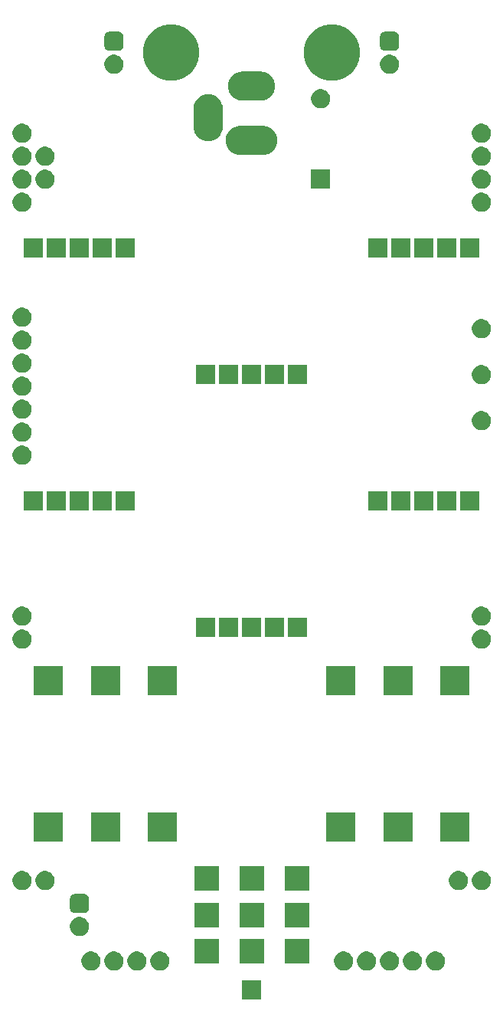
<source format=gbr>
G04 #@! TF.GenerationSoftware,KiCad,Pcbnew,5.1.6-c6e7f7d~87~ubuntu19.10.1*
G04 #@! TF.CreationDate,2023-02-06T06:58:50+06:00*
G04 #@! TF.ProjectId,____________r2a_down-tuned,3a3e3f3a-305f-4373-953c-3b385f723261,2A*
G04 #@! TF.SameCoordinates,Original*
G04 #@! TF.FileFunction,Soldermask,Bot*
G04 #@! TF.FilePolarity,Negative*
%FSLAX46Y46*%
G04 Gerber Fmt 4.6, Leading zero omitted, Abs format (unit mm)*
G04 Created by KiCad (PCBNEW 5.1.6-c6e7f7d~87~ubuntu19.10.1) date 2023-02-06 06:58:50*
%MOMM*%
%LPD*%
G01*
G04 APERTURE LIST*
%ADD10C,0.100000*%
G04 APERTURE END LIST*
D10*
G36*
X106460000Y-202345000D02*
G01*
X104360000Y-202345000D01*
X104360000Y-200245000D01*
X106460000Y-200245000D01*
X106460000Y-202345000D01*
G37*
G36*
X126036274Y-197110350D02*
G01*
X126227362Y-197189502D01*
X126399336Y-197304411D01*
X126545589Y-197450664D01*
X126660498Y-197622638D01*
X126739650Y-197813726D01*
X126780000Y-198016584D01*
X126780000Y-198223416D01*
X126739650Y-198426274D01*
X126660498Y-198617362D01*
X126545589Y-198789336D01*
X126399336Y-198935589D01*
X126227362Y-199050498D01*
X126036274Y-199129650D01*
X125833416Y-199170000D01*
X125626584Y-199170000D01*
X125423726Y-199129650D01*
X125232638Y-199050498D01*
X125060664Y-198935589D01*
X124914411Y-198789336D01*
X124799502Y-198617362D01*
X124720350Y-198426274D01*
X124680000Y-198223416D01*
X124680000Y-198016584D01*
X124720350Y-197813726D01*
X124799502Y-197622638D01*
X124914411Y-197450664D01*
X125060664Y-197304411D01*
X125232638Y-197189502D01*
X125423726Y-197110350D01*
X125626584Y-197070000D01*
X125833416Y-197070000D01*
X126036274Y-197110350D01*
G37*
G36*
X87936274Y-197110350D02*
G01*
X88127362Y-197189502D01*
X88299336Y-197304411D01*
X88445589Y-197450664D01*
X88560498Y-197622638D01*
X88639650Y-197813726D01*
X88680000Y-198016584D01*
X88680000Y-198223416D01*
X88639650Y-198426274D01*
X88560498Y-198617362D01*
X88445589Y-198789336D01*
X88299336Y-198935589D01*
X88127362Y-199050498D01*
X87936274Y-199129650D01*
X87733416Y-199170000D01*
X87526584Y-199170000D01*
X87323726Y-199129650D01*
X87132638Y-199050498D01*
X86960664Y-198935589D01*
X86814411Y-198789336D01*
X86699502Y-198617362D01*
X86620350Y-198426274D01*
X86580000Y-198223416D01*
X86580000Y-198016584D01*
X86620350Y-197813726D01*
X86699502Y-197622638D01*
X86814411Y-197450664D01*
X86960664Y-197304411D01*
X87132638Y-197189502D01*
X87323726Y-197110350D01*
X87526584Y-197070000D01*
X87733416Y-197070000D01*
X87936274Y-197110350D01*
G37*
G36*
X90476274Y-197110350D02*
G01*
X90667362Y-197189502D01*
X90839336Y-197304411D01*
X90985589Y-197450664D01*
X91100498Y-197622638D01*
X91179650Y-197813726D01*
X91220000Y-198016584D01*
X91220000Y-198223416D01*
X91179650Y-198426274D01*
X91100498Y-198617362D01*
X90985589Y-198789336D01*
X90839336Y-198935589D01*
X90667362Y-199050498D01*
X90476274Y-199129650D01*
X90273416Y-199170000D01*
X90066584Y-199170000D01*
X89863726Y-199129650D01*
X89672638Y-199050498D01*
X89500664Y-198935589D01*
X89354411Y-198789336D01*
X89239502Y-198617362D01*
X89160350Y-198426274D01*
X89120000Y-198223416D01*
X89120000Y-198016584D01*
X89160350Y-197813726D01*
X89239502Y-197622638D01*
X89354411Y-197450664D01*
X89500664Y-197304411D01*
X89672638Y-197189502D01*
X89863726Y-197110350D01*
X90066584Y-197070000D01*
X90273416Y-197070000D01*
X90476274Y-197110350D01*
G37*
G36*
X93016274Y-197110350D02*
G01*
X93207362Y-197189502D01*
X93379336Y-197304411D01*
X93525589Y-197450664D01*
X93640498Y-197622638D01*
X93719650Y-197813726D01*
X93760000Y-198016584D01*
X93760000Y-198223416D01*
X93719650Y-198426274D01*
X93640498Y-198617362D01*
X93525589Y-198789336D01*
X93379336Y-198935589D01*
X93207362Y-199050498D01*
X93016274Y-199129650D01*
X92813416Y-199170000D01*
X92606584Y-199170000D01*
X92403726Y-199129650D01*
X92212638Y-199050498D01*
X92040664Y-198935589D01*
X91894411Y-198789336D01*
X91779502Y-198617362D01*
X91700350Y-198426274D01*
X91660000Y-198223416D01*
X91660000Y-198016584D01*
X91700350Y-197813726D01*
X91779502Y-197622638D01*
X91894411Y-197450664D01*
X92040664Y-197304411D01*
X92212638Y-197189502D01*
X92403726Y-197110350D01*
X92606584Y-197070000D01*
X92813416Y-197070000D01*
X93016274Y-197110350D01*
G37*
G36*
X95556274Y-197110350D02*
G01*
X95747362Y-197189502D01*
X95919336Y-197304411D01*
X96065589Y-197450664D01*
X96180498Y-197622638D01*
X96259650Y-197813726D01*
X96300000Y-198016584D01*
X96300000Y-198223416D01*
X96259650Y-198426274D01*
X96180498Y-198617362D01*
X96065589Y-198789336D01*
X95919336Y-198935589D01*
X95747362Y-199050498D01*
X95556274Y-199129650D01*
X95353416Y-199170000D01*
X95146584Y-199170000D01*
X94943726Y-199129650D01*
X94752638Y-199050498D01*
X94580664Y-198935589D01*
X94434411Y-198789336D01*
X94319502Y-198617362D01*
X94240350Y-198426274D01*
X94200000Y-198223416D01*
X94200000Y-198016584D01*
X94240350Y-197813726D01*
X94319502Y-197622638D01*
X94434411Y-197450664D01*
X94580664Y-197304411D01*
X94752638Y-197189502D01*
X94943726Y-197110350D01*
X95146584Y-197070000D01*
X95353416Y-197070000D01*
X95556274Y-197110350D01*
G37*
G36*
X118416274Y-197110350D02*
G01*
X118607362Y-197189502D01*
X118779336Y-197304411D01*
X118925589Y-197450664D01*
X119040498Y-197622638D01*
X119119650Y-197813726D01*
X119160000Y-198016584D01*
X119160000Y-198223416D01*
X119119650Y-198426274D01*
X119040498Y-198617362D01*
X118925589Y-198789336D01*
X118779336Y-198935589D01*
X118607362Y-199050498D01*
X118416274Y-199129650D01*
X118213416Y-199170000D01*
X118006584Y-199170000D01*
X117803726Y-199129650D01*
X117612638Y-199050498D01*
X117440664Y-198935589D01*
X117294411Y-198789336D01*
X117179502Y-198617362D01*
X117100350Y-198426274D01*
X117060000Y-198223416D01*
X117060000Y-198016584D01*
X117100350Y-197813726D01*
X117179502Y-197622638D01*
X117294411Y-197450664D01*
X117440664Y-197304411D01*
X117612638Y-197189502D01*
X117803726Y-197110350D01*
X118006584Y-197070000D01*
X118213416Y-197070000D01*
X118416274Y-197110350D01*
G37*
G36*
X115876274Y-197110350D02*
G01*
X116067362Y-197189502D01*
X116239336Y-197304411D01*
X116385589Y-197450664D01*
X116500498Y-197622638D01*
X116579650Y-197813726D01*
X116620000Y-198016584D01*
X116620000Y-198223416D01*
X116579650Y-198426274D01*
X116500498Y-198617362D01*
X116385589Y-198789336D01*
X116239336Y-198935589D01*
X116067362Y-199050498D01*
X115876274Y-199129650D01*
X115673416Y-199170000D01*
X115466584Y-199170000D01*
X115263726Y-199129650D01*
X115072638Y-199050498D01*
X114900664Y-198935589D01*
X114754411Y-198789336D01*
X114639502Y-198617362D01*
X114560350Y-198426274D01*
X114520000Y-198223416D01*
X114520000Y-198016584D01*
X114560350Y-197813726D01*
X114639502Y-197622638D01*
X114754411Y-197450664D01*
X114900664Y-197304411D01*
X115072638Y-197189502D01*
X115263726Y-197110350D01*
X115466584Y-197070000D01*
X115673416Y-197070000D01*
X115876274Y-197110350D01*
G37*
G36*
X123496274Y-197110350D02*
G01*
X123687362Y-197189502D01*
X123859336Y-197304411D01*
X124005589Y-197450664D01*
X124120498Y-197622638D01*
X124199650Y-197813726D01*
X124240000Y-198016584D01*
X124240000Y-198223416D01*
X124199650Y-198426274D01*
X124120498Y-198617362D01*
X124005589Y-198789336D01*
X123859336Y-198935589D01*
X123687362Y-199050498D01*
X123496274Y-199129650D01*
X123293416Y-199170000D01*
X123086584Y-199170000D01*
X122883726Y-199129650D01*
X122692638Y-199050498D01*
X122520664Y-198935589D01*
X122374411Y-198789336D01*
X122259502Y-198617362D01*
X122180350Y-198426274D01*
X122140000Y-198223416D01*
X122140000Y-198016584D01*
X122180350Y-197813726D01*
X122259502Y-197622638D01*
X122374411Y-197450664D01*
X122520664Y-197304411D01*
X122692638Y-197189502D01*
X122883726Y-197110350D01*
X123086584Y-197070000D01*
X123293416Y-197070000D01*
X123496274Y-197110350D01*
G37*
G36*
X120956274Y-197110350D02*
G01*
X121147362Y-197189502D01*
X121319336Y-197304411D01*
X121465589Y-197450664D01*
X121580498Y-197622638D01*
X121659650Y-197813726D01*
X121700000Y-198016584D01*
X121700000Y-198223416D01*
X121659650Y-198426274D01*
X121580498Y-198617362D01*
X121465589Y-198789336D01*
X121319336Y-198935589D01*
X121147362Y-199050498D01*
X120956274Y-199129650D01*
X120753416Y-199170000D01*
X120546584Y-199170000D01*
X120343726Y-199129650D01*
X120152638Y-199050498D01*
X119980664Y-198935589D01*
X119834411Y-198789336D01*
X119719502Y-198617362D01*
X119640350Y-198426274D01*
X119600000Y-198223416D01*
X119600000Y-198016584D01*
X119640350Y-197813726D01*
X119719502Y-197622638D01*
X119834411Y-197450664D01*
X119980664Y-197304411D01*
X120152638Y-197189502D01*
X120343726Y-197110350D01*
X120546584Y-197070000D01*
X120753416Y-197070000D01*
X120956274Y-197110350D01*
G37*
G36*
X101760000Y-198390000D02*
G01*
X99060000Y-198390000D01*
X99060000Y-195690000D01*
X101760000Y-195690000D01*
X101760000Y-198390000D01*
G37*
G36*
X106760000Y-198390000D02*
G01*
X104060000Y-198390000D01*
X104060000Y-195690000D01*
X106760000Y-195690000D01*
X106760000Y-198390000D01*
G37*
G36*
X111760000Y-198390000D02*
G01*
X109060000Y-198390000D01*
X109060000Y-195690000D01*
X111760000Y-195690000D01*
X111760000Y-198390000D01*
G37*
G36*
X86666274Y-193300350D02*
G01*
X86857362Y-193379502D01*
X87029336Y-193494411D01*
X87175589Y-193640664D01*
X87290498Y-193812638D01*
X87369650Y-194003726D01*
X87410000Y-194206584D01*
X87410000Y-194413416D01*
X87369650Y-194616274D01*
X87290498Y-194807362D01*
X87175589Y-194979336D01*
X87029336Y-195125589D01*
X86857362Y-195240498D01*
X86666274Y-195319650D01*
X86463416Y-195360000D01*
X86256584Y-195360000D01*
X86053726Y-195319650D01*
X85862638Y-195240498D01*
X85690664Y-195125589D01*
X85544411Y-194979336D01*
X85429502Y-194807362D01*
X85350350Y-194616274D01*
X85310000Y-194413416D01*
X85310000Y-194206584D01*
X85350350Y-194003726D01*
X85429502Y-193812638D01*
X85544411Y-193640664D01*
X85690664Y-193494411D01*
X85862638Y-193379502D01*
X86053726Y-193300350D01*
X86256584Y-193260000D01*
X86463416Y-193260000D01*
X86666274Y-193300350D01*
G37*
G36*
X111760000Y-194390000D02*
G01*
X109060000Y-194390000D01*
X109060000Y-191690000D01*
X111760000Y-191690000D01*
X111760000Y-194390000D01*
G37*
G36*
X101760000Y-194390000D02*
G01*
X99060000Y-194390000D01*
X99060000Y-191690000D01*
X101760000Y-191690000D01*
X101760000Y-194390000D01*
G37*
G36*
X106760000Y-194390000D02*
G01*
X104060000Y-194390000D01*
X104060000Y-191690000D01*
X106760000Y-191690000D01*
X106760000Y-194390000D01*
G37*
G36*
X86935007Y-190731811D02*
G01*
X87045599Y-190765358D01*
X87147517Y-190819834D01*
X87236851Y-190893149D01*
X87310166Y-190982483D01*
X87364642Y-191084401D01*
X87398189Y-191194993D01*
X87410000Y-191314908D01*
X87410000Y-192225092D01*
X87398189Y-192345007D01*
X87364642Y-192455599D01*
X87310166Y-192557517D01*
X87236851Y-192646851D01*
X87147517Y-192720166D01*
X87045599Y-192774642D01*
X86935007Y-192808189D01*
X86815092Y-192820000D01*
X85904908Y-192820000D01*
X85784993Y-192808189D01*
X85674401Y-192774642D01*
X85572483Y-192720166D01*
X85483149Y-192646851D01*
X85409834Y-192557517D01*
X85355358Y-192455599D01*
X85321811Y-192345007D01*
X85310000Y-192225092D01*
X85310000Y-191314908D01*
X85321811Y-191194993D01*
X85355358Y-191084401D01*
X85409834Y-190982483D01*
X85483149Y-190893149D01*
X85572483Y-190819834D01*
X85674401Y-190765358D01*
X85784993Y-190731811D01*
X85904908Y-190720000D01*
X86815092Y-190720000D01*
X86935007Y-190731811D01*
G37*
G36*
X111760000Y-190390000D02*
G01*
X109060000Y-190390000D01*
X109060000Y-187690000D01*
X111760000Y-187690000D01*
X111760000Y-190390000D01*
G37*
G36*
X106760000Y-190390000D02*
G01*
X104060000Y-190390000D01*
X104060000Y-187690000D01*
X106760000Y-187690000D01*
X106760000Y-190390000D01*
G37*
G36*
X101760000Y-190390000D02*
G01*
X99060000Y-190390000D01*
X99060000Y-187690000D01*
X101760000Y-187690000D01*
X101760000Y-190390000D01*
G37*
G36*
X80316274Y-188220350D02*
G01*
X80507362Y-188299502D01*
X80679336Y-188414411D01*
X80825589Y-188560664D01*
X80940498Y-188732638D01*
X81019650Y-188923726D01*
X81060000Y-189126584D01*
X81060000Y-189333416D01*
X81019650Y-189536274D01*
X80940498Y-189727362D01*
X80825589Y-189899336D01*
X80679336Y-190045589D01*
X80507362Y-190160498D01*
X80316274Y-190239650D01*
X80113416Y-190280000D01*
X79906584Y-190280000D01*
X79703726Y-190239650D01*
X79512638Y-190160498D01*
X79340664Y-190045589D01*
X79194411Y-189899336D01*
X79079502Y-189727362D01*
X79000350Y-189536274D01*
X78960000Y-189333416D01*
X78960000Y-189126584D01*
X79000350Y-188923726D01*
X79079502Y-188732638D01*
X79194411Y-188560664D01*
X79340664Y-188414411D01*
X79512638Y-188299502D01*
X79703726Y-188220350D01*
X79906584Y-188180000D01*
X80113416Y-188180000D01*
X80316274Y-188220350D01*
G37*
G36*
X131116274Y-188220350D02*
G01*
X131307362Y-188299502D01*
X131479336Y-188414411D01*
X131625589Y-188560664D01*
X131740498Y-188732638D01*
X131819650Y-188923726D01*
X131860000Y-189126584D01*
X131860000Y-189333416D01*
X131819650Y-189536274D01*
X131740498Y-189727362D01*
X131625589Y-189899336D01*
X131479336Y-190045589D01*
X131307362Y-190160498D01*
X131116274Y-190239650D01*
X130913416Y-190280000D01*
X130706584Y-190280000D01*
X130503726Y-190239650D01*
X130312638Y-190160498D01*
X130140664Y-190045589D01*
X129994411Y-189899336D01*
X129879502Y-189727362D01*
X129800350Y-189536274D01*
X129760000Y-189333416D01*
X129760000Y-189126584D01*
X129800350Y-188923726D01*
X129879502Y-188732638D01*
X129994411Y-188560664D01*
X130140664Y-188414411D01*
X130312638Y-188299502D01*
X130503726Y-188220350D01*
X130706584Y-188180000D01*
X130913416Y-188180000D01*
X131116274Y-188220350D01*
G37*
G36*
X128576274Y-188220350D02*
G01*
X128767362Y-188299502D01*
X128939336Y-188414411D01*
X129085589Y-188560664D01*
X129200498Y-188732638D01*
X129279650Y-188923726D01*
X129320000Y-189126584D01*
X129320000Y-189333416D01*
X129279650Y-189536274D01*
X129200498Y-189727362D01*
X129085589Y-189899336D01*
X128939336Y-190045589D01*
X128767362Y-190160498D01*
X128576274Y-190239650D01*
X128373416Y-190280000D01*
X128166584Y-190280000D01*
X127963726Y-190239650D01*
X127772638Y-190160498D01*
X127600664Y-190045589D01*
X127454411Y-189899336D01*
X127339502Y-189727362D01*
X127260350Y-189536274D01*
X127220000Y-189333416D01*
X127220000Y-189126584D01*
X127260350Y-188923726D01*
X127339502Y-188732638D01*
X127454411Y-188560664D01*
X127600664Y-188414411D01*
X127772638Y-188299502D01*
X127963726Y-188220350D01*
X128166584Y-188180000D01*
X128373416Y-188180000D01*
X128576274Y-188220350D01*
G37*
G36*
X82856274Y-188220350D02*
G01*
X83047362Y-188299502D01*
X83219336Y-188414411D01*
X83365589Y-188560664D01*
X83480498Y-188732638D01*
X83559650Y-188923726D01*
X83600000Y-189126584D01*
X83600000Y-189333416D01*
X83559650Y-189536274D01*
X83480498Y-189727362D01*
X83365589Y-189899336D01*
X83219336Y-190045589D01*
X83047362Y-190160498D01*
X82856274Y-190239650D01*
X82653416Y-190280000D01*
X82446584Y-190280000D01*
X82243726Y-190239650D01*
X82052638Y-190160498D01*
X81880664Y-190045589D01*
X81734411Y-189899336D01*
X81619502Y-189727362D01*
X81540350Y-189536274D01*
X81500000Y-189333416D01*
X81500000Y-189126584D01*
X81540350Y-188923726D01*
X81619502Y-188732638D01*
X81734411Y-188560664D01*
X81880664Y-188414411D01*
X82052638Y-188299502D01*
X82243726Y-188220350D01*
X82446584Y-188180000D01*
X82653416Y-188180000D01*
X82856274Y-188220350D01*
G37*
G36*
X84540000Y-184960000D02*
G01*
X81340000Y-184960000D01*
X81340000Y-181760000D01*
X84540000Y-181760000D01*
X84540000Y-184960000D01*
G37*
G36*
X90840000Y-184960000D02*
G01*
X87640000Y-184960000D01*
X87640000Y-181760000D01*
X90840000Y-181760000D01*
X90840000Y-184960000D01*
G37*
G36*
X97140000Y-184960000D02*
G01*
X93940000Y-184960000D01*
X93940000Y-181760000D01*
X97140000Y-181760000D01*
X97140000Y-184960000D01*
G37*
G36*
X129480000Y-184960000D02*
G01*
X126280000Y-184960000D01*
X126280000Y-181760000D01*
X129480000Y-181760000D01*
X129480000Y-184960000D01*
G37*
G36*
X123180000Y-184960000D02*
G01*
X119980000Y-184960000D01*
X119980000Y-181760000D01*
X123180000Y-181760000D01*
X123180000Y-184960000D01*
G37*
G36*
X116880000Y-184960000D02*
G01*
X113680000Y-184960000D01*
X113680000Y-181760000D01*
X116880000Y-181760000D01*
X116880000Y-184960000D01*
G37*
G36*
X129480000Y-168760000D02*
G01*
X126280000Y-168760000D01*
X126280000Y-165560000D01*
X129480000Y-165560000D01*
X129480000Y-168760000D01*
G37*
G36*
X123180000Y-168760000D02*
G01*
X119980000Y-168760000D01*
X119980000Y-165560000D01*
X123180000Y-165560000D01*
X123180000Y-168760000D01*
G37*
G36*
X116880000Y-168760000D02*
G01*
X113680000Y-168760000D01*
X113680000Y-165560000D01*
X116880000Y-165560000D01*
X116880000Y-168760000D01*
G37*
G36*
X90840000Y-168760000D02*
G01*
X87640000Y-168760000D01*
X87640000Y-165560000D01*
X90840000Y-165560000D01*
X90840000Y-168760000D01*
G37*
G36*
X97140000Y-168760000D02*
G01*
X93940000Y-168760000D01*
X93940000Y-165560000D01*
X97140000Y-165560000D01*
X97140000Y-168760000D01*
G37*
G36*
X84540000Y-168760000D02*
G01*
X81340000Y-168760000D01*
X81340000Y-165560000D01*
X84540000Y-165560000D01*
X84540000Y-168760000D01*
G37*
G36*
X80316274Y-161550350D02*
G01*
X80507362Y-161629502D01*
X80679336Y-161744411D01*
X80825589Y-161890664D01*
X80940498Y-162062638D01*
X81019650Y-162253726D01*
X81060000Y-162456584D01*
X81060000Y-162663416D01*
X81019650Y-162866274D01*
X80940498Y-163057362D01*
X80825589Y-163229336D01*
X80679336Y-163375589D01*
X80507362Y-163490498D01*
X80316274Y-163569650D01*
X80113416Y-163610000D01*
X79906584Y-163610000D01*
X79703726Y-163569650D01*
X79512638Y-163490498D01*
X79340664Y-163375589D01*
X79194411Y-163229336D01*
X79079502Y-163057362D01*
X79000350Y-162866274D01*
X78960000Y-162663416D01*
X78960000Y-162456584D01*
X79000350Y-162253726D01*
X79079502Y-162062638D01*
X79194411Y-161890664D01*
X79340664Y-161744411D01*
X79512638Y-161629502D01*
X79703726Y-161550350D01*
X79906584Y-161510000D01*
X80113416Y-161510000D01*
X80316274Y-161550350D01*
G37*
G36*
X131116274Y-161550350D02*
G01*
X131307362Y-161629502D01*
X131479336Y-161744411D01*
X131625589Y-161890664D01*
X131740498Y-162062638D01*
X131819650Y-162253726D01*
X131860000Y-162456584D01*
X131860000Y-162663416D01*
X131819650Y-162866274D01*
X131740498Y-163057362D01*
X131625589Y-163229336D01*
X131479336Y-163375589D01*
X131307362Y-163490498D01*
X131116274Y-163569650D01*
X130913416Y-163610000D01*
X130706584Y-163610000D01*
X130503726Y-163569650D01*
X130312638Y-163490498D01*
X130140664Y-163375589D01*
X129994411Y-163229336D01*
X129879502Y-163057362D01*
X129800350Y-162866274D01*
X129760000Y-162663416D01*
X129760000Y-162456584D01*
X129800350Y-162253726D01*
X129879502Y-162062638D01*
X129994411Y-161890664D01*
X130140664Y-161744411D01*
X130312638Y-161629502D01*
X130503726Y-161550350D01*
X130706584Y-161510000D01*
X130913416Y-161510000D01*
X131116274Y-161550350D01*
G37*
G36*
X111540000Y-162340000D02*
G01*
X109440000Y-162340000D01*
X109440000Y-160240000D01*
X111540000Y-160240000D01*
X111540000Y-162340000D01*
G37*
G36*
X103920000Y-162340000D02*
G01*
X101820000Y-162340000D01*
X101820000Y-160240000D01*
X103920000Y-160240000D01*
X103920000Y-162340000D01*
G37*
G36*
X101380000Y-162340000D02*
G01*
X99280000Y-162340000D01*
X99280000Y-160240000D01*
X101380000Y-160240000D01*
X101380000Y-162340000D01*
G37*
G36*
X106460000Y-162340000D02*
G01*
X104360000Y-162340000D01*
X104360000Y-160240000D01*
X106460000Y-160240000D01*
X106460000Y-162340000D01*
G37*
G36*
X109000000Y-162340000D02*
G01*
X106900000Y-162340000D01*
X106900000Y-160240000D01*
X109000000Y-160240000D01*
X109000000Y-162340000D01*
G37*
G36*
X80316274Y-159010350D02*
G01*
X80507362Y-159089502D01*
X80679336Y-159204411D01*
X80825589Y-159350664D01*
X80940498Y-159522638D01*
X81019650Y-159713726D01*
X81060000Y-159916584D01*
X81060000Y-160123416D01*
X81019650Y-160326274D01*
X80940498Y-160517362D01*
X80825589Y-160689336D01*
X80679336Y-160835589D01*
X80507362Y-160950498D01*
X80316274Y-161029650D01*
X80113416Y-161070000D01*
X79906584Y-161070000D01*
X79703726Y-161029650D01*
X79512638Y-160950498D01*
X79340664Y-160835589D01*
X79194411Y-160689336D01*
X79079502Y-160517362D01*
X79000350Y-160326274D01*
X78960000Y-160123416D01*
X78960000Y-159916584D01*
X79000350Y-159713726D01*
X79079502Y-159522638D01*
X79194411Y-159350664D01*
X79340664Y-159204411D01*
X79512638Y-159089502D01*
X79703726Y-159010350D01*
X79906584Y-158970000D01*
X80113416Y-158970000D01*
X80316274Y-159010350D01*
G37*
G36*
X131116274Y-159010350D02*
G01*
X131307362Y-159089502D01*
X131479336Y-159204411D01*
X131625589Y-159350664D01*
X131740498Y-159522638D01*
X131819650Y-159713726D01*
X131860000Y-159916584D01*
X131860000Y-160123416D01*
X131819650Y-160326274D01*
X131740498Y-160517362D01*
X131625589Y-160689336D01*
X131479336Y-160835589D01*
X131307362Y-160950498D01*
X131116274Y-161029650D01*
X130913416Y-161070000D01*
X130706584Y-161070000D01*
X130503726Y-161029650D01*
X130312638Y-160950498D01*
X130140664Y-160835589D01*
X129994411Y-160689336D01*
X129879502Y-160517362D01*
X129800350Y-160326274D01*
X129760000Y-160123416D01*
X129760000Y-159916584D01*
X129800350Y-159713726D01*
X129879502Y-159522638D01*
X129994411Y-159350664D01*
X130140664Y-159204411D01*
X130312638Y-159089502D01*
X130503726Y-159010350D01*
X130706584Y-158970000D01*
X130913416Y-158970000D01*
X131116274Y-159010350D01*
G37*
G36*
X130590000Y-148370000D02*
G01*
X128490000Y-148370000D01*
X128490000Y-146270000D01*
X130590000Y-146270000D01*
X130590000Y-148370000D01*
G37*
G36*
X128050000Y-148370000D02*
G01*
X125950000Y-148370000D01*
X125950000Y-146270000D01*
X128050000Y-146270000D01*
X128050000Y-148370000D01*
G37*
G36*
X120430000Y-148370000D02*
G01*
X118330000Y-148370000D01*
X118330000Y-146270000D01*
X120430000Y-146270000D01*
X120430000Y-148370000D01*
G37*
G36*
X92490000Y-148370000D02*
G01*
X90390000Y-148370000D01*
X90390000Y-146270000D01*
X92490000Y-146270000D01*
X92490000Y-148370000D01*
G37*
G36*
X89950000Y-148370000D02*
G01*
X87850000Y-148370000D01*
X87850000Y-146270000D01*
X89950000Y-146270000D01*
X89950000Y-148370000D01*
G37*
G36*
X84870000Y-148370000D02*
G01*
X82770000Y-148370000D01*
X82770000Y-146270000D01*
X84870000Y-146270000D01*
X84870000Y-148370000D01*
G37*
G36*
X87410000Y-148370000D02*
G01*
X85310000Y-148370000D01*
X85310000Y-146270000D01*
X87410000Y-146270000D01*
X87410000Y-148370000D01*
G37*
G36*
X122970000Y-148370000D02*
G01*
X120870000Y-148370000D01*
X120870000Y-146270000D01*
X122970000Y-146270000D01*
X122970000Y-148370000D01*
G37*
G36*
X82330000Y-148370000D02*
G01*
X80230000Y-148370000D01*
X80230000Y-146270000D01*
X82330000Y-146270000D01*
X82330000Y-148370000D01*
G37*
G36*
X125510000Y-148370000D02*
G01*
X123410000Y-148370000D01*
X123410000Y-146270000D01*
X125510000Y-146270000D01*
X125510000Y-148370000D01*
G37*
G36*
X80316274Y-141230350D02*
G01*
X80507362Y-141309502D01*
X80679336Y-141424411D01*
X80825589Y-141570664D01*
X80940498Y-141742638D01*
X81019650Y-141933726D01*
X81060000Y-142136584D01*
X81060000Y-142343416D01*
X81019650Y-142546274D01*
X80940498Y-142737362D01*
X80825589Y-142909336D01*
X80679336Y-143055589D01*
X80507362Y-143170498D01*
X80316274Y-143249650D01*
X80113416Y-143290000D01*
X79906584Y-143290000D01*
X79703726Y-143249650D01*
X79512638Y-143170498D01*
X79340664Y-143055589D01*
X79194411Y-142909336D01*
X79079502Y-142737362D01*
X79000350Y-142546274D01*
X78960000Y-142343416D01*
X78960000Y-142136584D01*
X79000350Y-141933726D01*
X79079502Y-141742638D01*
X79194411Y-141570664D01*
X79340664Y-141424411D01*
X79512638Y-141309502D01*
X79703726Y-141230350D01*
X79906584Y-141190000D01*
X80113416Y-141190000D01*
X80316274Y-141230350D01*
G37*
G36*
X80316274Y-138690350D02*
G01*
X80507362Y-138769502D01*
X80679336Y-138884411D01*
X80825589Y-139030664D01*
X80940498Y-139202638D01*
X81019650Y-139393726D01*
X81060000Y-139596584D01*
X81060000Y-139803416D01*
X81019650Y-140006274D01*
X80940498Y-140197362D01*
X80825589Y-140369336D01*
X80679336Y-140515589D01*
X80507362Y-140630498D01*
X80316274Y-140709650D01*
X80113416Y-140750000D01*
X79906584Y-140750000D01*
X79703726Y-140709650D01*
X79512638Y-140630498D01*
X79340664Y-140515589D01*
X79194411Y-140369336D01*
X79079502Y-140197362D01*
X79000350Y-140006274D01*
X78960000Y-139803416D01*
X78960000Y-139596584D01*
X79000350Y-139393726D01*
X79079502Y-139202638D01*
X79194411Y-139030664D01*
X79340664Y-138884411D01*
X79512638Y-138769502D01*
X79703726Y-138690350D01*
X79906584Y-138650000D01*
X80113416Y-138650000D01*
X80316274Y-138690350D01*
G37*
G36*
X131116274Y-137420350D02*
G01*
X131307362Y-137499502D01*
X131479336Y-137614411D01*
X131625589Y-137760664D01*
X131740498Y-137932638D01*
X131819650Y-138123726D01*
X131860000Y-138326584D01*
X131860000Y-138533416D01*
X131819650Y-138736274D01*
X131740498Y-138927362D01*
X131625589Y-139099336D01*
X131479336Y-139245589D01*
X131307362Y-139360498D01*
X131116274Y-139439650D01*
X130913416Y-139480000D01*
X130706584Y-139480000D01*
X130503726Y-139439650D01*
X130312638Y-139360498D01*
X130140664Y-139245589D01*
X129994411Y-139099336D01*
X129879502Y-138927362D01*
X129800350Y-138736274D01*
X129760000Y-138533416D01*
X129760000Y-138326584D01*
X129800350Y-138123726D01*
X129879502Y-137932638D01*
X129994411Y-137760664D01*
X130140664Y-137614411D01*
X130312638Y-137499502D01*
X130503726Y-137420350D01*
X130706584Y-137380000D01*
X130913416Y-137380000D01*
X131116274Y-137420350D01*
G37*
G36*
X80316274Y-136150350D02*
G01*
X80507362Y-136229502D01*
X80679336Y-136344411D01*
X80825589Y-136490664D01*
X80940498Y-136662638D01*
X81019650Y-136853726D01*
X81060000Y-137056584D01*
X81060000Y-137263416D01*
X81019650Y-137466274D01*
X80940498Y-137657362D01*
X80825589Y-137829336D01*
X80679336Y-137975589D01*
X80507362Y-138090498D01*
X80316274Y-138169650D01*
X80113416Y-138210000D01*
X79906584Y-138210000D01*
X79703726Y-138169650D01*
X79512638Y-138090498D01*
X79340664Y-137975589D01*
X79194411Y-137829336D01*
X79079502Y-137657362D01*
X79000350Y-137466274D01*
X78960000Y-137263416D01*
X78960000Y-137056584D01*
X79000350Y-136853726D01*
X79079502Y-136662638D01*
X79194411Y-136490664D01*
X79340664Y-136344411D01*
X79512638Y-136229502D01*
X79703726Y-136150350D01*
X79906584Y-136110000D01*
X80113416Y-136110000D01*
X80316274Y-136150350D01*
G37*
G36*
X80316274Y-133610350D02*
G01*
X80507362Y-133689502D01*
X80679336Y-133804411D01*
X80825589Y-133950664D01*
X80940498Y-134122638D01*
X81019650Y-134313726D01*
X81060000Y-134516584D01*
X81060000Y-134723416D01*
X81019650Y-134926274D01*
X80940498Y-135117362D01*
X80825589Y-135289336D01*
X80679336Y-135435589D01*
X80507362Y-135550498D01*
X80316274Y-135629650D01*
X80113416Y-135670000D01*
X79906584Y-135670000D01*
X79703726Y-135629650D01*
X79512638Y-135550498D01*
X79340664Y-135435589D01*
X79194411Y-135289336D01*
X79079502Y-135117362D01*
X79000350Y-134926274D01*
X78960000Y-134723416D01*
X78960000Y-134516584D01*
X79000350Y-134313726D01*
X79079502Y-134122638D01*
X79194411Y-133950664D01*
X79340664Y-133804411D01*
X79512638Y-133689502D01*
X79703726Y-133610350D01*
X79906584Y-133570000D01*
X80113416Y-133570000D01*
X80316274Y-133610350D01*
G37*
G36*
X106460000Y-134400000D02*
G01*
X104360000Y-134400000D01*
X104360000Y-132300000D01*
X106460000Y-132300000D01*
X106460000Y-134400000D01*
G37*
G36*
X103920000Y-134400000D02*
G01*
X101820000Y-134400000D01*
X101820000Y-132300000D01*
X103920000Y-132300000D01*
X103920000Y-134400000D01*
G37*
G36*
X109000000Y-134400000D02*
G01*
X106900000Y-134400000D01*
X106900000Y-132300000D01*
X109000000Y-132300000D01*
X109000000Y-134400000D01*
G37*
G36*
X111540000Y-134400000D02*
G01*
X109440000Y-134400000D01*
X109440000Y-132300000D01*
X111540000Y-132300000D01*
X111540000Y-134400000D01*
G37*
G36*
X101380000Y-134400000D02*
G01*
X99280000Y-134400000D01*
X99280000Y-132300000D01*
X101380000Y-132300000D01*
X101380000Y-134400000D01*
G37*
G36*
X131116274Y-132340350D02*
G01*
X131307362Y-132419502D01*
X131479336Y-132534411D01*
X131625589Y-132680664D01*
X131740498Y-132852638D01*
X131819650Y-133043726D01*
X131860000Y-133246584D01*
X131860000Y-133453416D01*
X131819650Y-133656274D01*
X131740498Y-133847362D01*
X131625589Y-134019336D01*
X131479336Y-134165589D01*
X131307362Y-134280498D01*
X131116274Y-134359650D01*
X130913416Y-134400000D01*
X130706584Y-134400000D01*
X130503726Y-134359650D01*
X130312638Y-134280498D01*
X130140664Y-134165589D01*
X129994411Y-134019336D01*
X129879502Y-133847362D01*
X129800350Y-133656274D01*
X129760000Y-133453416D01*
X129760000Y-133246584D01*
X129800350Y-133043726D01*
X129879502Y-132852638D01*
X129994411Y-132680664D01*
X130140664Y-132534411D01*
X130312638Y-132419502D01*
X130503726Y-132340350D01*
X130706584Y-132300000D01*
X130913416Y-132300000D01*
X131116274Y-132340350D01*
G37*
G36*
X80316274Y-131070350D02*
G01*
X80507362Y-131149502D01*
X80679336Y-131264411D01*
X80825589Y-131410664D01*
X80940498Y-131582638D01*
X81019650Y-131773726D01*
X81060000Y-131976584D01*
X81060000Y-132183416D01*
X81019650Y-132386274D01*
X80940498Y-132577362D01*
X80825589Y-132749336D01*
X80679336Y-132895589D01*
X80507362Y-133010498D01*
X80316274Y-133089650D01*
X80113416Y-133130000D01*
X79906584Y-133130000D01*
X79703726Y-133089650D01*
X79512638Y-133010498D01*
X79340664Y-132895589D01*
X79194411Y-132749336D01*
X79079502Y-132577362D01*
X79000350Y-132386274D01*
X78960000Y-132183416D01*
X78960000Y-131976584D01*
X79000350Y-131773726D01*
X79079502Y-131582638D01*
X79194411Y-131410664D01*
X79340664Y-131264411D01*
X79512638Y-131149502D01*
X79703726Y-131070350D01*
X79906584Y-131030000D01*
X80113416Y-131030000D01*
X80316274Y-131070350D01*
G37*
G36*
X80316274Y-128530350D02*
G01*
X80507362Y-128609502D01*
X80679336Y-128724411D01*
X80825589Y-128870664D01*
X80940498Y-129042638D01*
X81019650Y-129233726D01*
X81060000Y-129436584D01*
X81060000Y-129643416D01*
X81019650Y-129846274D01*
X80940498Y-130037362D01*
X80825589Y-130209336D01*
X80679336Y-130355589D01*
X80507362Y-130470498D01*
X80316274Y-130549650D01*
X80113416Y-130590000D01*
X79906584Y-130590000D01*
X79703726Y-130549650D01*
X79512638Y-130470498D01*
X79340664Y-130355589D01*
X79194411Y-130209336D01*
X79079502Y-130037362D01*
X79000350Y-129846274D01*
X78960000Y-129643416D01*
X78960000Y-129436584D01*
X79000350Y-129233726D01*
X79079502Y-129042638D01*
X79194411Y-128870664D01*
X79340664Y-128724411D01*
X79512638Y-128609502D01*
X79703726Y-128530350D01*
X79906584Y-128490000D01*
X80113416Y-128490000D01*
X80316274Y-128530350D01*
G37*
G36*
X131116274Y-127260350D02*
G01*
X131307362Y-127339502D01*
X131479336Y-127454411D01*
X131625589Y-127600664D01*
X131740498Y-127772638D01*
X131819650Y-127963726D01*
X131860000Y-128166584D01*
X131860000Y-128373416D01*
X131819650Y-128576274D01*
X131740498Y-128767362D01*
X131625589Y-128939336D01*
X131479336Y-129085589D01*
X131307362Y-129200498D01*
X131116274Y-129279650D01*
X130913416Y-129320000D01*
X130706584Y-129320000D01*
X130503726Y-129279650D01*
X130312638Y-129200498D01*
X130140664Y-129085589D01*
X129994411Y-128939336D01*
X129879502Y-128767362D01*
X129800350Y-128576274D01*
X129760000Y-128373416D01*
X129760000Y-128166584D01*
X129800350Y-127963726D01*
X129879502Y-127772638D01*
X129994411Y-127600664D01*
X130140664Y-127454411D01*
X130312638Y-127339502D01*
X130503726Y-127260350D01*
X130706584Y-127220000D01*
X130913416Y-127220000D01*
X131116274Y-127260350D01*
G37*
G36*
X80316274Y-125990350D02*
G01*
X80507362Y-126069502D01*
X80679336Y-126184411D01*
X80825589Y-126330664D01*
X80940498Y-126502638D01*
X81019650Y-126693726D01*
X81060000Y-126896584D01*
X81060000Y-127103416D01*
X81019650Y-127306274D01*
X80940498Y-127497362D01*
X80825589Y-127669336D01*
X80679336Y-127815589D01*
X80507362Y-127930498D01*
X80316274Y-128009650D01*
X80113416Y-128050000D01*
X79906584Y-128050000D01*
X79703726Y-128009650D01*
X79512638Y-127930498D01*
X79340664Y-127815589D01*
X79194411Y-127669336D01*
X79079502Y-127497362D01*
X79000350Y-127306274D01*
X78960000Y-127103416D01*
X78960000Y-126896584D01*
X79000350Y-126693726D01*
X79079502Y-126502638D01*
X79194411Y-126330664D01*
X79340664Y-126184411D01*
X79512638Y-126069502D01*
X79703726Y-125990350D01*
X79906584Y-125950000D01*
X80113416Y-125950000D01*
X80316274Y-125990350D01*
G37*
G36*
X125510000Y-120430000D02*
G01*
X123410000Y-120430000D01*
X123410000Y-118330000D01*
X125510000Y-118330000D01*
X125510000Y-120430000D01*
G37*
G36*
X122970000Y-120430000D02*
G01*
X120870000Y-120430000D01*
X120870000Y-118330000D01*
X122970000Y-118330000D01*
X122970000Y-120430000D01*
G37*
G36*
X120430000Y-120430000D02*
G01*
X118330000Y-120430000D01*
X118330000Y-118330000D01*
X120430000Y-118330000D01*
X120430000Y-120430000D01*
G37*
G36*
X128050000Y-120430000D02*
G01*
X125950000Y-120430000D01*
X125950000Y-118330000D01*
X128050000Y-118330000D01*
X128050000Y-120430000D01*
G37*
G36*
X130590000Y-120430000D02*
G01*
X128490000Y-120430000D01*
X128490000Y-118330000D01*
X130590000Y-118330000D01*
X130590000Y-120430000D01*
G37*
G36*
X87410000Y-120430000D02*
G01*
X85310000Y-120430000D01*
X85310000Y-118330000D01*
X87410000Y-118330000D01*
X87410000Y-120430000D01*
G37*
G36*
X92490000Y-120430000D02*
G01*
X90390000Y-120430000D01*
X90390000Y-118330000D01*
X92490000Y-118330000D01*
X92490000Y-120430000D01*
G37*
G36*
X82330000Y-120430000D02*
G01*
X80230000Y-120430000D01*
X80230000Y-118330000D01*
X82330000Y-118330000D01*
X82330000Y-120430000D01*
G37*
G36*
X84870000Y-120430000D02*
G01*
X82770000Y-120430000D01*
X82770000Y-118330000D01*
X84870000Y-118330000D01*
X84870000Y-120430000D01*
G37*
G36*
X89950000Y-120430000D02*
G01*
X87850000Y-120430000D01*
X87850000Y-118330000D01*
X89950000Y-118330000D01*
X89950000Y-120430000D01*
G37*
G36*
X80316274Y-113290350D02*
G01*
X80507362Y-113369502D01*
X80679336Y-113484411D01*
X80825589Y-113630664D01*
X80940498Y-113802638D01*
X81019650Y-113993726D01*
X81060000Y-114196584D01*
X81060000Y-114403416D01*
X81019650Y-114606274D01*
X80940498Y-114797362D01*
X80825589Y-114969336D01*
X80679336Y-115115589D01*
X80507362Y-115230498D01*
X80316274Y-115309650D01*
X80113416Y-115350000D01*
X79906584Y-115350000D01*
X79703726Y-115309650D01*
X79512638Y-115230498D01*
X79340664Y-115115589D01*
X79194411Y-114969336D01*
X79079502Y-114797362D01*
X79000350Y-114606274D01*
X78960000Y-114403416D01*
X78960000Y-114196584D01*
X79000350Y-113993726D01*
X79079502Y-113802638D01*
X79194411Y-113630664D01*
X79340664Y-113484411D01*
X79512638Y-113369502D01*
X79703726Y-113290350D01*
X79906584Y-113250000D01*
X80113416Y-113250000D01*
X80316274Y-113290350D01*
G37*
G36*
X131116274Y-113290350D02*
G01*
X131307362Y-113369502D01*
X131479336Y-113484411D01*
X131625589Y-113630664D01*
X131740498Y-113802638D01*
X131819650Y-113993726D01*
X131860000Y-114196584D01*
X131860000Y-114403416D01*
X131819650Y-114606274D01*
X131740498Y-114797362D01*
X131625589Y-114969336D01*
X131479336Y-115115589D01*
X131307362Y-115230498D01*
X131116274Y-115309650D01*
X130913416Y-115350000D01*
X130706584Y-115350000D01*
X130503726Y-115309650D01*
X130312638Y-115230498D01*
X130140664Y-115115589D01*
X129994411Y-114969336D01*
X129879502Y-114797362D01*
X129800350Y-114606274D01*
X129760000Y-114403416D01*
X129760000Y-114196584D01*
X129800350Y-113993726D01*
X129879502Y-113802638D01*
X129994411Y-113630664D01*
X130140664Y-113484411D01*
X130312638Y-113369502D01*
X130503726Y-113290350D01*
X130706584Y-113250000D01*
X130913416Y-113250000D01*
X131116274Y-113290350D01*
G37*
G36*
X114080000Y-112810000D02*
G01*
X111980000Y-112810000D01*
X111980000Y-110710000D01*
X114080000Y-110710000D01*
X114080000Y-112810000D01*
G37*
G36*
X80316274Y-110750350D02*
G01*
X80507362Y-110829502D01*
X80679336Y-110944411D01*
X80825589Y-111090664D01*
X80940498Y-111262638D01*
X81019650Y-111453726D01*
X81060000Y-111656584D01*
X81060000Y-111863416D01*
X81019650Y-112066274D01*
X80940498Y-112257362D01*
X80825589Y-112429336D01*
X80679336Y-112575589D01*
X80507362Y-112690498D01*
X80316274Y-112769650D01*
X80113416Y-112810000D01*
X79906584Y-112810000D01*
X79703726Y-112769650D01*
X79512638Y-112690498D01*
X79340664Y-112575589D01*
X79194411Y-112429336D01*
X79079502Y-112257362D01*
X79000350Y-112066274D01*
X78960000Y-111863416D01*
X78960000Y-111656584D01*
X79000350Y-111453726D01*
X79079502Y-111262638D01*
X79194411Y-111090664D01*
X79340664Y-110944411D01*
X79512638Y-110829502D01*
X79703726Y-110750350D01*
X79906584Y-110710000D01*
X80113416Y-110710000D01*
X80316274Y-110750350D01*
G37*
G36*
X82856274Y-110750350D02*
G01*
X83047362Y-110829502D01*
X83219336Y-110944411D01*
X83365589Y-111090664D01*
X83480498Y-111262638D01*
X83559650Y-111453726D01*
X83600000Y-111656584D01*
X83600000Y-111863416D01*
X83559650Y-112066274D01*
X83480498Y-112257362D01*
X83365589Y-112429336D01*
X83219336Y-112575589D01*
X83047362Y-112690498D01*
X82856274Y-112769650D01*
X82653416Y-112810000D01*
X82446584Y-112810000D01*
X82243726Y-112769650D01*
X82052638Y-112690498D01*
X81880664Y-112575589D01*
X81734411Y-112429336D01*
X81619502Y-112257362D01*
X81540350Y-112066274D01*
X81500000Y-111863416D01*
X81500000Y-111656584D01*
X81540350Y-111453726D01*
X81619502Y-111262638D01*
X81734411Y-111090664D01*
X81880664Y-110944411D01*
X82052638Y-110829502D01*
X82243726Y-110750350D01*
X82446584Y-110710000D01*
X82653416Y-110710000D01*
X82856274Y-110750350D01*
G37*
G36*
X131116274Y-110750350D02*
G01*
X131307362Y-110829502D01*
X131479336Y-110944411D01*
X131625589Y-111090664D01*
X131740498Y-111262638D01*
X131819650Y-111453726D01*
X131860000Y-111656584D01*
X131860000Y-111863416D01*
X131819650Y-112066274D01*
X131740498Y-112257362D01*
X131625589Y-112429336D01*
X131479336Y-112575589D01*
X131307362Y-112690498D01*
X131116274Y-112769650D01*
X130913416Y-112810000D01*
X130706584Y-112810000D01*
X130503726Y-112769650D01*
X130312638Y-112690498D01*
X130140664Y-112575589D01*
X129994411Y-112429336D01*
X129879502Y-112257362D01*
X129800350Y-112066274D01*
X129760000Y-111863416D01*
X129760000Y-111656584D01*
X129800350Y-111453726D01*
X129879502Y-111262638D01*
X129994411Y-111090664D01*
X130140664Y-110944411D01*
X130312638Y-110829502D01*
X130503726Y-110750350D01*
X130706584Y-110710000D01*
X130913416Y-110710000D01*
X131116274Y-110750350D01*
G37*
G36*
X131116274Y-108210350D02*
G01*
X131307362Y-108289502D01*
X131479336Y-108404411D01*
X131625589Y-108550664D01*
X131740498Y-108722638D01*
X131819650Y-108913726D01*
X131860000Y-109116584D01*
X131860000Y-109323416D01*
X131819650Y-109526274D01*
X131740498Y-109717362D01*
X131625589Y-109889336D01*
X131479336Y-110035589D01*
X131307362Y-110150498D01*
X131116274Y-110229650D01*
X130913416Y-110270000D01*
X130706584Y-110270000D01*
X130503726Y-110229650D01*
X130312638Y-110150498D01*
X130140664Y-110035589D01*
X129994411Y-109889336D01*
X129879502Y-109717362D01*
X129800350Y-109526274D01*
X129760000Y-109323416D01*
X129760000Y-109116584D01*
X129800350Y-108913726D01*
X129879502Y-108722638D01*
X129994411Y-108550664D01*
X130140664Y-108404411D01*
X130312638Y-108289502D01*
X130503726Y-108210350D01*
X130706584Y-108170000D01*
X130913416Y-108170000D01*
X131116274Y-108210350D01*
G37*
G36*
X82856274Y-108210350D02*
G01*
X83047362Y-108289502D01*
X83219336Y-108404411D01*
X83365589Y-108550664D01*
X83480498Y-108722638D01*
X83559650Y-108913726D01*
X83600000Y-109116584D01*
X83600000Y-109323416D01*
X83559650Y-109526274D01*
X83480498Y-109717362D01*
X83365589Y-109889336D01*
X83219336Y-110035589D01*
X83047362Y-110150498D01*
X82856274Y-110229650D01*
X82653416Y-110270000D01*
X82446584Y-110270000D01*
X82243726Y-110229650D01*
X82052638Y-110150498D01*
X81880664Y-110035589D01*
X81734411Y-109889336D01*
X81619502Y-109717362D01*
X81540350Y-109526274D01*
X81500000Y-109323416D01*
X81500000Y-109116584D01*
X81540350Y-108913726D01*
X81619502Y-108722638D01*
X81734411Y-108550664D01*
X81880664Y-108404411D01*
X82052638Y-108289502D01*
X82243726Y-108210350D01*
X82446584Y-108170000D01*
X82653416Y-108170000D01*
X82856274Y-108210350D01*
G37*
G36*
X80316274Y-108210350D02*
G01*
X80507362Y-108289502D01*
X80679336Y-108404411D01*
X80825589Y-108550664D01*
X80940498Y-108722638D01*
X81019650Y-108913726D01*
X81060000Y-109116584D01*
X81060000Y-109323416D01*
X81019650Y-109526274D01*
X80940498Y-109717362D01*
X80825589Y-109889336D01*
X80679336Y-110035589D01*
X80507362Y-110150498D01*
X80316274Y-110229650D01*
X80113416Y-110270000D01*
X79906584Y-110270000D01*
X79703726Y-110229650D01*
X79512638Y-110150498D01*
X79340664Y-110035589D01*
X79194411Y-109889336D01*
X79079502Y-109717362D01*
X79000350Y-109526274D01*
X78960000Y-109323416D01*
X78960000Y-109116584D01*
X79000350Y-108913726D01*
X79079502Y-108722638D01*
X79194411Y-108550664D01*
X79340664Y-108404411D01*
X79512638Y-108289502D01*
X79703726Y-108210350D01*
X79906584Y-108170000D01*
X80113416Y-108170000D01*
X80316274Y-108210350D01*
G37*
G36*
X106906496Y-105896536D02*
G01*
X106973655Y-105903151D01*
X107174722Y-105964144D01*
X107275257Y-105994641D01*
X107553215Y-106143213D01*
X107796845Y-106343155D01*
X107996787Y-106586785D01*
X108145359Y-106864743D01*
X108145359Y-106864744D01*
X108236849Y-107166345D01*
X108236849Y-107166347D01*
X108267742Y-107480000D01*
X108243118Y-107730000D01*
X108236849Y-107793655D01*
X108175856Y-107994722D01*
X108145359Y-108095257D01*
X107996787Y-108373215D01*
X107796845Y-108616845D01*
X107553215Y-108816787D01*
X107275257Y-108965359D01*
X107174722Y-108995856D01*
X106973655Y-109056849D01*
X106906496Y-109063464D01*
X106738602Y-109080000D01*
X104081398Y-109080000D01*
X103913504Y-109063464D01*
X103846345Y-109056849D01*
X103645278Y-108995856D01*
X103544743Y-108965359D01*
X103266785Y-108816787D01*
X103023155Y-108616845D01*
X102823213Y-108373215D01*
X102674641Y-108095257D01*
X102644144Y-107994722D01*
X102583151Y-107793655D01*
X102576882Y-107730000D01*
X102552258Y-107480000D01*
X102583151Y-107166347D01*
X102583151Y-107166345D01*
X102674641Y-106864744D01*
X102674641Y-106864743D01*
X102823213Y-106586785D01*
X103023155Y-106343155D01*
X103266785Y-106143213D01*
X103544743Y-105994641D01*
X103645278Y-105964144D01*
X103846345Y-105903151D01*
X103913504Y-105896536D01*
X104081398Y-105880000D01*
X106738602Y-105880000D01*
X106906496Y-105896536D01*
G37*
G36*
X80316274Y-105670350D02*
G01*
X80507362Y-105749502D01*
X80679336Y-105864411D01*
X80825589Y-106010664D01*
X80940498Y-106182638D01*
X81019650Y-106373726D01*
X81060000Y-106576584D01*
X81060000Y-106783416D01*
X81019650Y-106986274D01*
X80940498Y-107177362D01*
X80825589Y-107349336D01*
X80679336Y-107495589D01*
X80507362Y-107610498D01*
X80316274Y-107689650D01*
X80113416Y-107730000D01*
X79906584Y-107730000D01*
X79703726Y-107689650D01*
X79512638Y-107610498D01*
X79340664Y-107495589D01*
X79194411Y-107349336D01*
X79079502Y-107177362D01*
X79000350Y-106986274D01*
X78960000Y-106783416D01*
X78960000Y-106576584D01*
X79000350Y-106373726D01*
X79079502Y-106182638D01*
X79194411Y-106010664D01*
X79340664Y-105864411D01*
X79512638Y-105749502D01*
X79703726Y-105670350D01*
X79906584Y-105630000D01*
X80113416Y-105630000D01*
X80316274Y-105670350D01*
G37*
G36*
X131116274Y-105670350D02*
G01*
X131307362Y-105749502D01*
X131479336Y-105864411D01*
X131625589Y-106010664D01*
X131740498Y-106182638D01*
X131819650Y-106373726D01*
X131860000Y-106576584D01*
X131860000Y-106783416D01*
X131819650Y-106986274D01*
X131740498Y-107177362D01*
X131625589Y-107349336D01*
X131479336Y-107495589D01*
X131307362Y-107610498D01*
X131116274Y-107689650D01*
X130913416Y-107730000D01*
X130706584Y-107730000D01*
X130503726Y-107689650D01*
X130312638Y-107610498D01*
X130140664Y-107495589D01*
X129994411Y-107349336D01*
X129879502Y-107177362D01*
X129800350Y-106986274D01*
X129760000Y-106783416D01*
X129760000Y-106576584D01*
X129800350Y-106373726D01*
X129879502Y-106182638D01*
X129994411Y-106010664D01*
X130140664Y-105864411D01*
X130312638Y-105749502D01*
X130503726Y-105670350D01*
X130706584Y-105630000D01*
X130913416Y-105630000D01*
X131116274Y-105670350D01*
G37*
G36*
X100872037Y-102398067D02*
G01*
X100923655Y-102403151D01*
X101124722Y-102464144D01*
X101225257Y-102494641D01*
X101503215Y-102643213D01*
X101746845Y-102843155D01*
X101946787Y-103086785D01*
X102095359Y-103364743D01*
X102095359Y-103364744D01*
X102186849Y-103666345D01*
X102186849Y-103666347D01*
X102207858Y-103879648D01*
X102210000Y-103901403D01*
X102210000Y-106058597D01*
X102186849Y-106293655D01*
X102125856Y-106494722D01*
X102095359Y-106595257D01*
X101946787Y-106873215D01*
X101746848Y-107116842D01*
X101746846Y-107116843D01*
X101746845Y-107116845D01*
X101503212Y-107316788D01*
X101503210Y-107316789D01*
X101225256Y-107465359D01*
X101125607Y-107495587D01*
X100923654Y-107556849D01*
X100872036Y-107561933D01*
X100610000Y-107587742D01*
X100347963Y-107561933D01*
X100296345Y-107556849D01*
X100094392Y-107495587D01*
X99994743Y-107465359D01*
X99716785Y-107316787D01*
X99473158Y-107116848D01*
X99473157Y-107116846D01*
X99473155Y-107116845D01*
X99273212Y-106873212D01*
X99124642Y-106595257D01*
X99124641Y-106595256D01*
X99048167Y-106343155D01*
X99033151Y-106293654D01*
X99018334Y-106143212D01*
X99010000Y-106058601D01*
X99010001Y-103901398D01*
X99033152Y-103666347D01*
X99033152Y-103666345D01*
X99124642Y-103364744D01*
X99124642Y-103364743D01*
X99273214Y-103086785D01*
X99473156Y-102843155D01*
X99716786Y-102643213D01*
X99994744Y-102494641D01*
X100095279Y-102464144D01*
X100296346Y-102403151D01*
X100347964Y-102398067D01*
X100610000Y-102372258D01*
X100872037Y-102398067D01*
G37*
G36*
X113336274Y-101860350D02*
G01*
X113527362Y-101939502D01*
X113699336Y-102054411D01*
X113845589Y-102200664D01*
X113960498Y-102372638D01*
X114039650Y-102563726D01*
X114080000Y-102766584D01*
X114080000Y-102973416D01*
X114039650Y-103176274D01*
X113960498Y-103367362D01*
X113845589Y-103539336D01*
X113699336Y-103685589D01*
X113527362Y-103800498D01*
X113336274Y-103879650D01*
X113133416Y-103920000D01*
X112926584Y-103920000D01*
X112723726Y-103879650D01*
X112532638Y-103800498D01*
X112360664Y-103685589D01*
X112214411Y-103539336D01*
X112099502Y-103367362D01*
X112020350Y-103176274D01*
X111980000Y-102973416D01*
X111980000Y-102766584D01*
X112020350Y-102563726D01*
X112099502Y-102372638D01*
X112214411Y-102200664D01*
X112360664Y-102054411D01*
X112532638Y-101939502D01*
X112723726Y-101860350D01*
X112926584Y-101820000D01*
X113133416Y-101820000D01*
X113336274Y-101860350D01*
G37*
G36*
X106656496Y-99896536D02*
G01*
X106723655Y-99903151D01*
X106924722Y-99964144D01*
X107025257Y-99994641D01*
X107303215Y-100143213D01*
X107546845Y-100343155D01*
X107746787Y-100586785D01*
X107895359Y-100864743D01*
X107925856Y-100965278D01*
X107986849Y-101166345D01*
X107986849Y-101166347D01*
X108017742Y-101480000D01*
X107991933Y-101742037D01*
X107986849Y-101793655D01*
X107925856Y-101994722D01*
X107895359Y-102095257D01*
X107746787Y-102373215D01*
X107546845Y-102616845D01*
X107303215Y-102816787D01*
X107025257Y-102965359D01*
X106998706Y-102973413D01*
X106723655Y-103056849D01*
X106656496Y-103063464D01*
X106488602Y-103080000D01*
X104331398Y-103080000D01*
X104163504Y-103063464D01*
X104096345Y-103056849D01*
X103821294Y-102973413D01*
X103794743Y-102965359D01*
X103516785Y-102816787D01*
X103273155Y-102616845D01*
X103073213Y-102373215D01*
X102924641Y-102095257D01*
X102894144Y-101994722D01*
X102833151Y-101793655D01*
X102828067Y-101742037D01*
X102802258Y-101480000D01*
X102833151Y-101166347D01*
X102833151Y-101166345D01*
X102894144Y-100965278D01*
X102924641Y-100864743D01*
X103073213Y-100586785D01*
X103273155Y-100343155D01*
X103516785Y-100143213D01*
X103794743Y-99994641D01*
X103895278Y-99964144D01*
X104096345Y-99903151D01*
X104163504Y-99896536D01*
X104331398Y-99880000D01*
X106488602Y-99880000D01*
X106656496Y-99896536D01*
G37*
G36*
X115204237Y-94809131D02*
G01*
X115768401Y-95042815D01*
X116276135Y-95382072D01*
X116707928Y-95813865D01*
X117047185Y-96321599D01*
X117280869Y-96885763D01*
X117400000Y-97484677D01*
X117400000Y-98095323D01*
X117280869Y-98694237D01*
X117047185Y-99258401D01*
X116707928Y-99766135D01*
X116276135Y-100197928D01*
X115768401Y-100537185D01*
X115204237Y-100770869D01*
X114605323Y-100890000D01*
X113994677Y-100890000D01*
X113395763Y-100770869D01*
X112831599Y-100537185D01*
X112323865Y-100197928D01*
X111892072Y-99766135D01*
X111552815Y-99258401D01*
X111319131Y-98694237D01*
X111200000Y-98095323D01*
X111200000Y-97484677D01*
X111319131Y-96885763D01*
X111552815Y-96321599D01*
X111892072Y-95813865D01*
X112323865Y-95382072D01*
X112831599Y-95042815D01*
X113395763Y-94809131D01*
X113994677Y-94690000D01*
X114605323Y-94690000D01*
X115204237Y-94809131D01*
G37*
G36*
X97424237Y-94809131D02*
G01*
X97988401Y-95042815D01*
X98496135Y-95382072D01*
X98927928Y-95813865D01*
X99267185Y-96321599D01*
X99500869Y-96885763D01*
X99620000Y-97484677D01*
X99620000Y-98095323D01*
X99500869Y-98694237D01*
X99267185Y-99258401D01*
X98927928Y-99766135D01*
X98496135Y-100197928D01*
X97988401Y-100537185D01*
X97424237Y-100770869D01*
X96825323Y-100890000D01*
X96214677Y-100890000D01*
X95615763Y-100770869D01*
X95051599Y-100537185D01*
X94543865Y-100197928D01*
X94112072Y-99766135D01*
X93772815Y-99258401D01*
X93539131Y-98694237D01*
X93420000Y-98095323D01*
X93420000Y-97484677D01*
X93539131Y-96885763D01*
X93772815Y-96321599D01*
X94112072Y-95813865D01*
X94543865Y-95382072D01*
X95051599Y-95042815D01*
X95615763Y-94809131D01*
X96214677Y-94690000D01*
X96825323Y-94690000D01*
X97424237Y-94809131D01*
G37*
G36*
X120956274Y-98050350D02*
G01*
X121147362Y-98129502D01*
X121319336Y-98244411D01*
X121465589Y-98390664D01*
X121580498Y-98562638D01*
X121659650Y-98753726D01*
X121700000Y-98956584D01*
X121700000Y-99163416D01*
X121659650Y-99366274D01*
X121580498Y-99557362D01*
X121465589Y-99729336D01*
X121319336Y-99875589D01*
X121147362Y-99990498D01*
X120956274Y-100069650D01*
X120753416Y-100110000D01*
X120546584Y-100110000D01*
X120343726Y-100069650D01*
X120152638Y-99990498D01*
X119980664Y-99875589D01*
X119834411Y-99729336D01*
X119719502Y-99557362D01*
X119640350Y-99366274D01*
X119600000Y-99163416D01*
X119600000Y-98956584D01*
X119640350Y-98753726D01*
X119719502Y-98562638D01*
X119834411Y-98390664D01*
X119980664Y-98244411D01*
X120152638Y-98129502D01*
X120343726Y-98050350D01*
X120546584Y-98010000D01*
X120753416Y-98010000D01*
X120956274Y-98050350D01*
G37*
G36*
X90476274Y-98050350D02*
G01*
X90667362Y-98129502D01*
X90839336Y-98244411D01*
X90985589Y-98390664D01*
X91100498Y-98562638D01*
X91179650Y-98753726D01*
X91220000Y-98956584D01*
X91220000Y-99163416D01*
X91179650Y-99366274D01*
X91100498Y-99557362D01*
X90985589Y-99729336D01*
X90839336Y-99875589D01*
X90667362Y-99990498D01*
X90476274Y-100069650D01*
X90273416Y-100110000D01*
X90066584Y-100110000D01*
X89863726Y-100069650D01*
X89672638Y-99990498D01*
X89500664Y-99875589D01*
X89354411Y-99729336D01*
X89239502Y-99557362D01*
X89160350Y-99366274D01*
X89120000Y-99163416D01*
X89120000Y-98956584D01*
X89160350Y-98753726D01*
X89239502Y-98562638D01*
X89354411Y-98390664D01*
X89500664Y-98244411D01*
X89672638Y-98129502D01*
X89863726Y-98050350D01*
X90066584Y-98010000D01*
X90273416Y-98010000D01*
X90476274Y-98050350D01*
G37*
G36*
X121225007Y-95481811D02*
G01*
X121335599Y-95515358D01*
X121437517Y-95569834D01*
X121526851Y-95643149D01*
X121600166Y-95732483D01*
X121654642Y-95834401D01*
X121688189Y-95944993D01*
X121700000Y-96064908D01*
X121700000Y-96975092D01*
X121688189Y-97095007D01*
X121654642Y-97205599D01*
X121600166Y-97307517D01*
X121526851Y-97396851D01*
X121437517Y-97470166D01*
X121335599Y-97524642D01*
X121225007Y-97558189D01*
X121105092Y-97570000D01*
X120194908Y-97570000D01*
X120074993Y-97558189D01*
X119964401Y-97524642D01*
X119862483Y-97470166D01*
X119773149Y-97396851D01*
X119699834Y-97307517D01*
X119645358Y-97205599D01*
X119611811Y-97095007D01*
X119600000Y-96975092D01*
X119600000Y-96064908D01*
X119611811Y-95944993D01*
X119645358Y-95834401D01*
X119699834Y-95732483D01*
X119773149Y-95643149D01*
X119862483Y-95569834D01*
X119964401Y-95515358D01*
X120074993Y-95481811D01*
X120194908Y-95470000D01*
X121105092Y-95470000D01*
X121225007Y-95481811D01*
G37*
G36*
X90745007Y-95481811D02*
G01*
X90855599Y-95515358D01*
X90957517Y-95569834D01*
X91046851Y-95643149D01*
X91120166Y-95732483D01*
X91174642Y-95834401D01*
X91208189Y-95944993D01*
X91220000Y-96064908D01*
X91220000Y-96975092D01*
X91208189Y-97095007D01*
X91174642Y-97205599D01*
X91120166Y-97307517D01*
X91046851Y-97396851D01*
X90957517Y-97470166D01*
X90855599Y-97524642D01*
X90745007Y-97558189D01*
X90625092Y-97570000D01*
X89714908Y-97570000D01*
X89594993Y-97558189D01*
X89484401Y-97524642D01*
X89382483Y-97470166D01*
X89293149Y-97396851D01*
X89219834Y-97307517D01*
X89165358Y-97205599D01*
X89131811Y-97095007D01*
X89120000Y-96975092D01*
X89120000Y-96064908D01*
X89131811Y-95944993D01*
X89165358Y-95834401D01*
X89219834Y-95732483D01*
X89293149Y-95643149D01*
X89382483Y-95569834D01*
X89484401Y-95515358D01*
X89594993Y-95481811D01*
X89714908Y-95470000D01*
X90625092Y-95470000D01*
X90745007Y-95481811D01*
G37*
M02*

</source>
